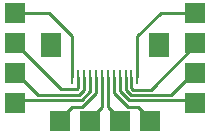
<source format=gbr>
%TF.GenerationSoftware,KiCad,Pcbnew,8.0.3*%
%TF.CreationDate,2024-10-24T18:29:52-05:00*%
%TF.ProjectId,EZ-VIK,455a2d56-494b-42e6-9b69-6361645f7063,rev?*%
%TF.SameCoordinates,Original*%
%TF.FileFunction,Copper,L1,Top*%
%TF.FilePolarity,Positive*%
%FSLAX46Y46*%
G04 Gerber Fmt 4.6, Leading zero omitted, Abs format (unit mm)*
G04 Created by KiCad (PCBNEW 8.0.3) date 2024-10-24 18:29:52*
%MOMM*%
%LPD*%
G01*
G04 APERTURE LIST*
%TA.AperFunction,ComponentPad*%
%ADD10R,1.680000X1.680000*%
%TD*%
%TA.AperFunction,SMDPad,CuDef*%
%ADD11R,0.280000X1.250000*%
%TD*%
%TA.AperFunction,SMDPad,CuDef*%
%ADD12R,1.800000X2.000000*%
%TD*%
%TA.AperFunction,Conductor*%
%ADD13C,0.250000*%
%TD*%
G04 APERTURE END LIST*
D10*
%TO.P,J2,1,Pin_1*%
%TO.N,MOSI*%
X151125000Y-102108000D03*
%TO.P,J2,2,Pin_2*%
%TO.N,GP_AD1*%
X153675000Y-102108000D03*
%TO.P,J2,3,Pin_3*%
%TO.N,+5V*%
X156210000Y-102108000D03*
%TO.P,J2,4,Pin_4*%
%TO.N,RGB_DO*%
X158745000Y-102108000D03*
%TD*%
D11*
%TO.P,J4,1,3V3*%
%TO.N,+3V3*%
X157690000Y-98431000D03*
%TO.P,J4,2,GND*%
%TO.N,GND*%
X157190000Y-98431000D03*
%TO.P,J4,3,SDA*%
%TO.N,SDA*%
X156690000Y-98431000D03*
%TO.P,J4,4,SCL*%
%TO.N,SCL*%
X156190000Y-98431000D03*
%TO.P,J4,5,RGB_DO*%
%TO.N,RGB_DO*%
X155690000Y-98431000D03*
%TO.P,J4,6,5V*%
%TO.N,+5V*%
X155190000Y-98431000D03*
%TO.P,J4,7,GP_AD1*%
%TO.N,GP_AD1*%
X154690000Y-98431000D03*
%TO.P,J4,8,MOSI*%
%TO.N,MOSI*%
X154190000Y-98431000D03*
%TO.P,J4,9,GP_AD2*%
%TO.N,GP_AD2*%
X153690000Y-98431000D03*
%TO.P,J4,10,SPI_CS*%
%TO.N,SPI_CS*%
X153190000Y-98431000D03*
%TO.P,J4,11,MISO*%
%TO.N,MISO*%
X152690000Y-98431000D03*
%TO.P,J4,12,SCLK*%
%TO.N,SCLK*%
X152190000Y-98431000D03*
D12*
%TO.P,J4,13*%
%TO.N,N/C*%
X150390000Y-95707000D03*
%TO.P,J4,14*%
X159490000Y-95707000D03*
%TD*%
D10*
%TO.P,J3,1,Pin_1*%
%TO.N,+3V3*%
X162560000Y-92954000D03*
%TO.P,J3,2,Pin_2*%
%TO.N,GND*%
X162560000Y-95504000D03*
%TO.P,J3,3,Pin_3*%
%TO.N,SDA*%
X162560000Y-98039000D03*
%TO.P,J3,4,Pin_4*%
%TO.N,SCL*%
X162560000Y-100574000D03*
%TD*%
%TO.P,J1,1,Pin_1*%
%TO.N,SCLK*%
X147320000Y-92964000D03*
%TO.P,J1,2,Pin_2*%
%TO.N,MISO*%
X147320000Y-95514000D03*
%TO.P,J1,3,Pin_3*%
%TO.N,SPI_CS*%
X147320000Y-98049000D03*
%TO.P,J1,4,Pin_4*%
%TO.N,GP_AD2*%
X147320000Y-100584000D03*
%TD*%
D13*
%TO.N,SCLK*%
X150197000Y-92964000D02*
X147445114Y-92964000D01*
X152190000Y-94957000D02*
X150197000Y-92964000D01*
X152190000Y-98431000D02*
X152190000Y-94957000D01*
%TO.N,MISO*%
X152595000Y-99441000D02*
X151247000Y-99441000D01*
X152690000Y-98431000D02*
X152690000Y-99346000D01*
X151247000Y-99441000D02*
X147445393Y-95639393D01*
X147445393Y-95639393D02*
X147445380Y-95513987D01*
X152690000Y-99346000D02*
X152595000Y-99441000D01*
%TO.N,SPI_CS*%
X153190000Y-99482396D02*
X152781396Y-99891000D01*
X149287644Y-99891000D02*
X147445644Y-98049000D01*
X152781396Y-99891000D02*
X149287644Y-99891000D01*
X153190000Y-98431000D02*
X153190000Y-99482396D01*
%TO.N,GP_AD2*%
X147445895Y-100458105D02*
X147445908Y-100583987D01*
X153690000Y-99618792D02*
X152967792Y-100341000D01*
X147563000Y-100341000D02*
X147445895Y-100458105D01*
X153690000Y-98431000D02*
X153690000Y-99618792D01*
X152967792Y-100341000D02*
X147563000Y-100341000D01*
%TO.N,MOSI*%
X154190000Y-99755188D02*
X153002188Y-100943000D01*
X154190000Y-98431000D02*
X154190000Y-99755188D01*
X153002188Y-100943000D02*
X152163978Y-100943000D01*
X152163978Y-100943000D02*
X151125000Y-101981978D01*
%TO.N,GP_AD1*%
X154690000Y-100966978D02*
X153675000Y-101981978D01*
X154690000Y-98431000D02*
X154690000Y-100966978D01*
%TO.N,+5V*%
X155190000Y-98431000D02*
X155190000Y-100961978D01*
X155190000Y-100961978D02*
X156210000Y-101981978D01*
%TO.N,RGB_DO*%
X157706022Y-100943000D02*
X158745000Y-101981978D01*
X155690000Y-99755188D02*
X156877812Y-100943000D01*
X156877812Y-100943000D02*
X157706022Y-100943000D01*
X155690000Y-98431000D02*
X155690000Y-99755188D01*
%TO.N,+3V3*%
X157690000Y-94957000D02*
X159693000Y-92954000D01*
X159693000Y-92954000D02*
X162433978Y-92954000D01*
X157690000Y-98431000D02*
X157690000Y-94957000D01*
%TO.N,GND*%
X162433978Y-95835022D02*
X162433978Y-95504000D01*
X157190000Y-98431000D02*
X157190000Y-99346000D01*
X158802600Y-99466400D02*
X162433978Y-95835022D01*
X157310400Y-99466400D02*
X158802600Y-99466400D01*
X157190000Y-99346000D02*
X157310400Y-99466400D01*
%TO.N,SDA*%
X156690000Y-98431000D02*
X156690000Y-99482396D01*
X157131204Y-99923600D02*
X160549378Y-99923600D01*
X156690000Y-99482396D02*
X157131204Y-99923600D01*
X160549378Y-99923600D02*
X162433978Y-98039000D01*
%TO.N,SCL*%
X156190000Y-99618792D02*
X156944808Y-100373600D01*
X156190000Y-98431000D02*
X156190000Y-99618792D01*
X156944808Y-100373600D02*
X162359600Y-100373600D01*
X162359600Y-100373600D02*
X162433978Y-100447978D01*
X162433978Y-100447978D02*
X162433978Y-100574000D01*
%TD*%
M02*

</source>
